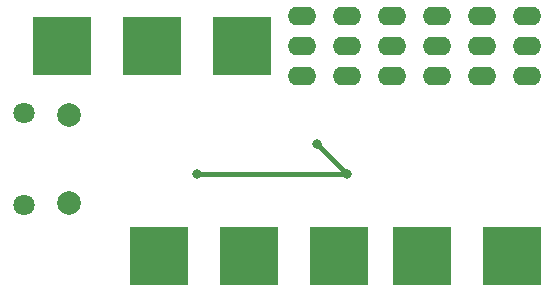
<source format=gbr>
G04 #@! TF.GenerationSoftware,KiCad,Pcbnew,5.99.0-unknown-9a82bc3~100~ubuntu18.04.1*
G04 #@! TF.CreationDate,2019-11-27T20:15:29+01:00*
G04 #@! TF.ProjectId,codebagPCB,636f6465-6261-4675-9043-422e6b696361,rev?*
G04 #@! TF.SameCoordinates,Original*
G04 #@! TF.FileFunction,Copper,L2,Bot*
G04 #@! TF.FilePolarity,Positive*
%FSLAX46Y46*%
G04 Gerber Fmt 4.6, Leading zero omitted, Abs format (unit mm)*
G04 Created by KiCad (PCBNEW 5.99.0-unknown-9a82bc3~100~ubuntu18.04.1) date 2019-11-27 20:15:29*
%MOMM*%
%LPD*%
G04 APERTURE LIST*
%ADD10R,5.000000X5.000000*%
%ADD11O,2.400000X1.600000*%
%ADD12C,1.800000*%
%ADD13C,2.000000*%
%ADD14C,0.800000*%
%ADD15C,0.400000*%
%ADD16C,0.250000*%
%ADD17C,1.600000*%
G04 APERTURE END LIST*
D10*
X76200000Y-44450000D03*
D11*
X77470000Y-26670000D03*
X66040000Y-24130000D03*
X81280000Y-26670000D03*
X77470000Y-24130000D03*
X85090000Y-26670000D03*
X85090000Y-24130000D03*
X73660000Y-26670000D03*
X77470000Y-29210000D03*
X81280000Y-24130000D03*
X73660000Y-24130000D03*
X69850000Y-26670000D03*
X66040000Y-29210000D03*
X85090000Y-29210000D03*
D12*
X42500000Y-40070000D03*
X42500000Y-32320000D03*
D13*
X46300000Y-39920000D03*
X46300000Y-32470000D03*
D11*
X69850000Y-24130000D03*
X66040000Y-26670000D03*
X81280000Y-29210000D03*
D10*
X61595000Y-44450000D03*
X45720000Y-26670000D03*
X53340000Y-26670000D03*
X69215000Y-44450000D03*
X53975000Y-44450000D03*
X83820000Y-44450000D03*
X60960000Y-26670000D03*
D11*
X69850000Y-29210000D03*
X73660000Y-29210000D03*
D14*
X69850000Y-37465000D03*
X67310000Y-34925000D03*
X57150000Y-37465000D03*
D15*
X57150000Y-37465000D02*
X69850000Y-37465000D01*
X60960000Y-27305000D02*
X60960000Y-26670000D01*
X69850000Y-37465000D02*
X67310000Y-34925000D01*
D16*
X70975010Y-42689990D02*
X69215000Y-44450000D01*
D17*
X62230000Y-43815000D02*
X61595000Y-44450000D01*
M02*

</source>
